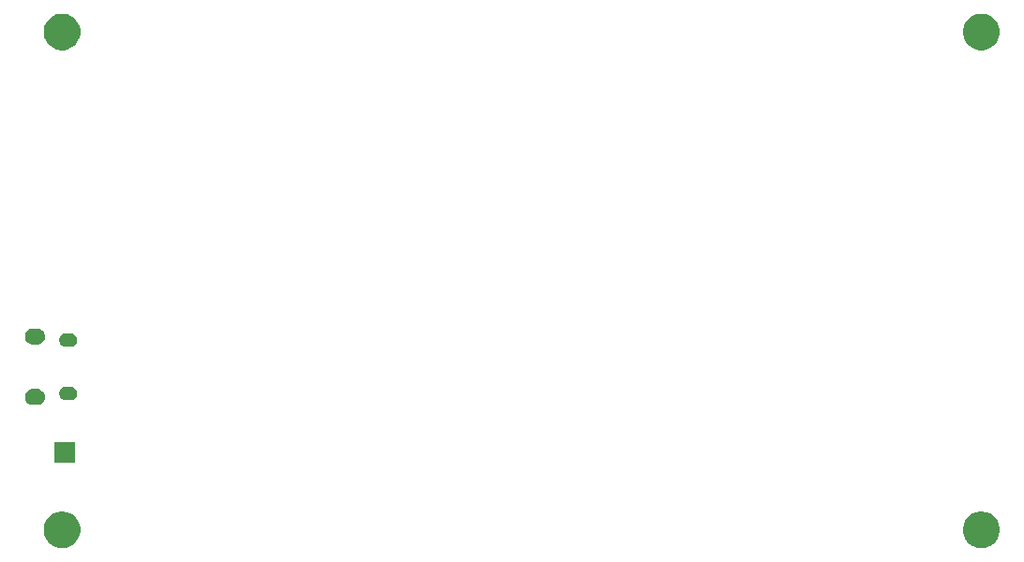
<source format=gbr>
G04 #@! TF.GenerationSoftware,KiCad,Pcbnew,5.1.4+dfsg1-1*
G04 #@! TF.CreationDate,2019-09-15T14:43:39-07:00*
G04 #@! TF.ProjectId,board,626f6172-642e-46b6-9963-61645f706362,rev?*
G04 #@! TF.SameCoordinates,Original*
G04 #@! TF.FileFunction,Soldermask,Bot*
G04 #@! TF.FilePolarity,Negative*
%FSLAX46Y46*%
G04 Gerber Fmt 4.6, Leading zero omitted, Abs format (unit mm)*
G04 Created by KiCad (PCBNEW 5.1.4+dfsg1-1) date 2019-09-15 14:43:39*
%MOMM*%
%LPD*%
G04 APERTURE LIST*
%ADD10C,0.100000*%
G04 APERTURE END LIST*
D10*
G36*
X92375256Y-126391298D02*
G01*
X92481579Y-126412447D01*
X92782042Y-126536903D01*
X93052451Y-126717585D01*
X93282415Y-126947549D01*
X93463097Y-127217958D01*
X93587553Y-127518421D01*
X93651000Y-127837391D01*
X93651000Y-128162609D01*
X93587553Y-128481579D01*
X93463097Y-128782042D01*
X93282415Y-129052451D01*
X93052451Y-129282415D01*
X92782042Y-129463097D01*
X92481579Y-129587553D01*
X92375256Y-129608702D01*
X92162611Y-129651000D01*
X91837389Y-129651000D01*
X91624744Y-129608702D01*
X91518421Y-129587553D01*
X91217958Y-129463097D01*
X90947549Y-129282415D01*
X90717585Y-129052451D01*
X90536903Y-128782042D01*
X90412447Y-128481579D01*
X90349000Y-128162609D01*
X90349000Y-127837391D01*
X90412447Y-127518421D01*
X90536903Y-127217958D01*
X90717585Y-126947549D01*
X90947549Y-126717585D01*
X91217958Y-126536903D01*
X91518421Y-126412447D01*
X91624744Y-126391298D01*
X91837389Y-126349000D01*
X92162611Y-126349000D01*
X92375256Y-126391298D01*
X92375256Y-126391298D01*
G37*
G36*
X175375256Y-126391298D02*
G01*
X175481579Y-126412447D01*
X175782042Y-126536903D01*
X176052451Y-126717585D01*
X176282415Y-126947549D01*
X176463097Y-127217958D01*
X176587553Y-127518421D01*
X176651000Y-127837391D01*
X176651000Y-128162609D01*
X176587553Y-128481579D01*
X176463097Y-128782042D01*
X176282415Y-129052451D01*
X176052451Y-129282415D01*
X175782042Y-129463097D01*
X175481579Y-129587553D01*
X175375256Y-129608702D01*
X175162611Y-129651000D01*
X174837389Y-129651000D01*
X174624744Y-129608702D01*
X174518421Y-129587553D01*
X174217958Y-129463097D01*
X173947549Y-129282415D01*
X173717585Y-129052451D01*
X173536903Y-128782042D01*
X173412447Y-128481579D01*
X173349000Y-128162609D01*
X173349000Y-127837391D01*
X173412447Y-127518421D01*
X173536903Y-127217958D01*
X173717585Y-126947549D01*
X173947549Y-126717585D01*
X174217958Y-126536903D01*
X174518421Y-126412447D01*
X174624744Y-126391298D01*
X174837389Y-126349000D01*
X175162611Y-126349000D01*
X175375256Y-126391298D01*
X175375256Y-126391298D01*
G37*
G36*
X93151000Y-121901000D02*
G01*
X91349000Y-121901000D01*
X91349000Y-120099000D01*
X93151000Y-120099000D01*
X93151000Y-121901000D01*
X93151000Y-121901000D01*
G37*
G36*
X89809213Y-115266502D02*
G01*
X89880321Y-115273505D01*
X90017172Y-115315019D01*
X90017175Y-115315020D01*
X90143294Y-115382432D01*
X90253843Y-115473157D01*
X90344568Y-115583706D01*
X90411980Y-115709825D01*
X90411981Y-115709828D01*
X90453495Y-115846679D01*
X90467512Y-115989000D01*
X90453495Y-116131321D01*
X90438385Y-116181130D01*
X90411980Y-116268175D01*
X90344568Y-116394294D01*
X90253843Y-116504843D01*
X90143294Y-116595568D01*
X90017175Y-116662980D01*
X90017172Y-116662981D01*
X89880321Y-116704495D01*
X89809213Y-116711498D01*
X89773660Y-116715000D01*
X89352340Y-116715000D01*
X89316787Y-116711498D01*
X89245679Y-116704495D01*
X89108828Y-116662981D01*
X89108825Y-116662980D01*
X88982706Y-116595568D01*
X88872157Y-116504843D01*
X88781432Y-116394294D01*
X88714020Y-116268175D01*
X88687615Y-116181130D01*
X88672505Y-116131321D01*
X88658488Y-115989000D01*
X88672505Y-115846679D01*
X88714019Y-115709828D01*
X88714020Y-115709825D01*
X88781432Y-115583706D01*
X88872157Y-115473157D01*
X88982706Y-115382432D01*
X89108825Y-115315020D01*
X89108828Y-115315019D01*
X89245679Y-115273505D01*
X89316787Y-115266502D01*
X89352340Y-115263000D01*
X89773660Y-115263000D01*
X89809213Y-115266502D01*
X89809213Y-115266502D01*
G37*
G36*
X92880818Y-115086696D02*
G01*
X92994105Y-115121062D01*
X93098512Y-115176869D01*
X93190027Y-115251973D01*
X93265131Y-115343488D01*
X93320938Y-115447895D01*
X93355304Y-115561182D01*
X93366907Y-115679000D01*
X93355304Y-115796818D01*
X93320938Y-115910105D01*
X93265131Y-116014512D01*
X93190027Y-116106027D01*
X93098512Y-116181131D01*
X92994105Y-116236938D01*
X92880818Y-116271304D01*
X92792519Y-116280000D01*
X92333481Y-116280000D01*
X92245182Y-116271304D01*
X92131895Y-116236938D01*
X92027488Y-116181131D01*
X91935973Y-116106027D01*
X91860869Y-116014512D01*
X91805062Y-115910105D01*
X91770696Y-115796818D01*
X91759093Y-115679000D01*
X91770696Y-115561182D01*
X91805062Y-115447895D01*
X91860869Y-115343488D01*
X91935973Y-115251973D01*
X92027488Y-115176869D01*
X92131895Y-115121062D01*
X92245182Y-115086696D01*
X92333481Y-115078000D01*
X92792519Y-115078000D01*
X92880818Y-115086696D01*
X92880818Y-115086696D01*
G37*
G36*
X92880818Y-110246696D02*
G01*
X92994105Y-110281062D01*
X93098512Y-110336869D01*
X93190027Y-110411973D01*
X93265131Y-110503488D01*
X93320938Y-110607895D01*
X93355304Y-110721182D01*
X93366907Y-110839000D01*
X93355304Y-110956818D01*
X93320938Y-111070105D01*
X93265131Y-111174512D01*
X93190027Y-111266027D01*
X93098512Y-111341131D01*
X92994105Y-111396938D01*
X92880818Y-111431304D01*
X92792519Y-111440000D01*
X92333481Y-111440000D01*
X92245182Y-111431304D01*
X92131895Y-111396938D01*
X92027488Y-111341131D01*
X91935973Y-111266027D01*
X91860869Y-111174512D01*
X91805062Y-111070105D01*
X91770696Y-110956818D01*
X91759093Y-110839000D01*
X91770696Y-110721182D01*
X91805062Y-110607895D01*
X91860869Y-110503488D01*
X91935973Y-110411973D01*
X92027488Y-110336869D01*
X92131895Y-110281062D01*
X92245182Y-110246696D01*
X92333481Y-110238000D01*
X92792519Y-110238000D01*
X92880818Y-110246696D01*
X92880818Y-110246696D01*
G37*
G36*
X89809213Y-109806502D02*
G01*
X89880321Y-109813505D01*
X90017172Y-109855019D01*
X90017175Y-109855020D01*
X90143294Y-109922432D01*
X90253843Y-110013157D01*
X90344568Y-110123706D01*
X90411980Y-110249825D01*
X90411981Y-110249828D01*
X90453495Y-110386679D01*
X90467512Y-110529000D01*
X90453495Y-110671321D01*
X90438369Y-110721184D01*
X90411980Y-110808175D01*
X90344568Y-110934294D01*
X90253843Y-111044843D01*
X90143294Y-111135568D01*
X90017175Y-111202980D01*
X90017172Y-111202981D01*
X89880321Y-111244495D01*
X89809213Y-111251498D01*
X89773660Y-111255000D01*
X89352340Y-111255000D01*
X89316787Y-111251498D01*
X89245679Y-111244495D01*
X89108828Y-111202981D01*
X89108825Y-111202980D01*
X88982706Y-111135568D01*
X88872157Y-111044843D01*
X88781432Y-110934294D01*
X88714020Y-110808175D01*
X88687631Y-110721184D01*
X88672505Y-110671321D01*
X88658488Y-110529000D01*
X88672505Y-110386679D01*
X88714019Y-110249828D01*
X88714020Y-110249825D01*
X88781432Y-110123706D01*
X88872157Y-110013157D01*
X88982706Y-109922432D01*
X89108825Y-109855020D01*
X89108828Y-109855019D01*
X89245679Y-109813505D01*
X89316787Y-109806502D01*
X89352340Y-109803000D01*
X89773660Y-109803000D01*
X89809213Y-109806502D01*
X89809213Y-109806502D01*
G37*
G36*
X175375256Y-81391298D02*
G01*
X175481579Y-81412447D01*
X175782042Y-81536903D01*
X176052451Y-81717585D01*
X176282415Y-81947549D01*
X176463097Y-82217958D01*
X176587553Y-82518421D01*
X176651000Y-82837391D01*
X176651000Y-83162609D01*
X176587553Y-83481579D01*
X176463097Y-83782042D01*
X176282415Y-84052451D01*
X176052451Y-84282415D01*
X175782042Y-84463097D01*
X175481579Y-84587553D01*
X175375256Y-84608702D01*
X175162611Y-84651000D01*
X174837389Y-84651000D01*
X174624744Y-84608702D01*
X174518421Y-84587553D01*
X174217958Y-84463097D01*
X173947549Y-84282415D01*
X173717585Y-84052451D01*
X173536903Y-83782042D01*
X173412447Y-83481579D01*
X173349000Y-83162609D01*
X173349000Y-82837391D01*
X173412447Y-82518421D01*
X173536903Y-82217958D01*
X173717585Y-81947549D01*
X173947549Y-81717585D01*
X174217958Y-81536903D01*
X174518421Y-81412447D01*
X174624744Y-81391298D01*
X174837389Y-81349000D01*
X175162611Y-81349000D01*
X175375256Y-81391298D01*
X175375256Y-81391298D01*
G37*
G36*
X92375256Y-81391298D02*
G01*
X92481579Y-81412447D01*
X92782042Y-81536903D01*
X93052451Y-81717585D01*
X93282415Y-81947549D01*
X93463097Y-82217958D01*
X93587553Y-82518421D01*
X93651000Y-82837391D01*
X93651000Y-83162609D01*
X93587553Y-83481579D01*
X93463097Y-83782042D01*
X93282415Y-84052451D01*
X93052451Y-84282415D01*
X92782042Y-84463097D01*
X92481579Y-84587553D01*
X92375256Y-84608702D01*
X92162611Y-84651000D01*
X91837389Y-84651000D01*
X91624744Y-84608702D01*
X91518421Y-84587553D01*
X91217958Y-84463097D01*
X90947549Y-84282415D01*
X90717585Y-84052451D01*
X90536903Y-83782042D01*
X90412447Y-83481579D01*
X90349000Y-83162609D01*
X90349000Y-82837391D01*
X90412447Y-82518421D01*
X90536903Y-82217958D01*
X90717585Y-81947549D01*
X90947549Y-81717585D01*
X91217958Y-81536903D01*
X91518421Y-81412447D01*
X91624744Y-81391298D01*
X91837389Y-81349000D01*
X92162611Y-81349000D01*
X92375256Y-81391298D01*
X92375256Y-81391298D01*
G37*
M02*

</source>
